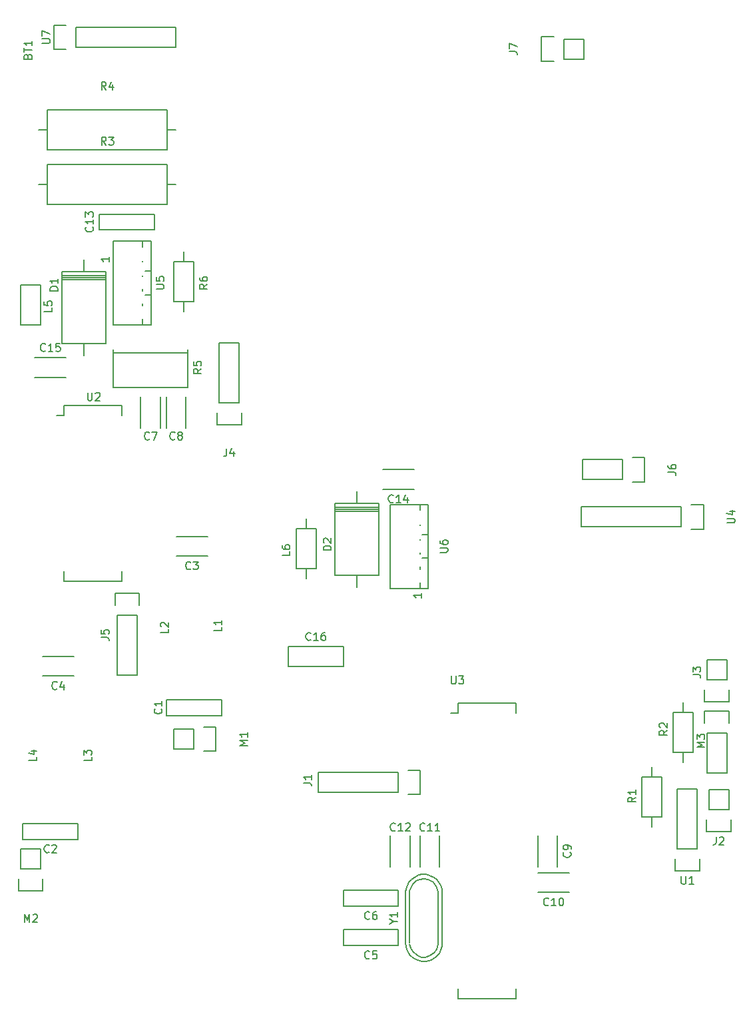
<source format=gbr>
G04 #@! TF.FileFunction,Legend,Top*
%FSLAX46Y46*%
G04 Gerber Fmt 4.6, Leading zero omitted, Abs format (unit mm)*
G04 Created by KiCad (PCBNEW 4.0.5) date 2018 March 07, Wednesday 08:04:59*
%MOMM*%
%LPD*%
G01*
G04 APERTURE LIST*
%ADD10C,0.100000*%
%ADD11C,0.150000*%
G04 APERTURE END LIST*
D10*
D11*
X51000000Y-128000000D02*
X44000000Y-128000000D01*
X44000000Y-128000000D02*
X44000000Y-126000000D01*
X44000000Y-126000000D02*
X51000000Y-126000000D01*
X51000000Y-126000000D02*
X51000000Y-128000000D01*
X32750000Y-143750000D02*
X25750000Y-143750000D01*
X25750000Y-143750000D02*
X25750000Y-141750000D01*
X25750000Y-141750000D02*
X32750000Y-141750000D01*
X32750000Y-141750000D02*
X32750000Y-143750000D01*
X49250000Y-107750000D02*
X45250000Y-107750000D01*
X49250000Y-105250000D02*
X45250000Y-105250000D01*
X32250000Y-123000000D02*
X28250000Y-123000000D01*
X32250000Y-120500000D02*
X28250000Y-120500000D01*
X73500000Y-157250000D02*
X66500000Y-157250000D01*
X66500000Y-157250000D02*
X66500000Y-155250000D01*
X66500000Y-155250000D02*
X73500000Y-155250000D01*
X73500000Y-155250000D02*
X73500000Y-157250000D01*
X73500000Y-152250000D02*
X66500000Y-152250000D01*
X66500000Y-152250000D02*
X66500000Y-150250000D01*
X66500000Y-150250000D02*
X73500000Y-150250000D01*
X73500000Y-150250000D02*
X73500000Y-152250000D01*
X43250000Y-87500000D02*
X43250000Y-91500000D01*
X40750000Y-87500000D02*
X40750000Y-91500000D01*
X44000000Y-91500000D02*
X44000000Y-87500000D01*
X46500000Y-91500000D02*
X46500000Y-87500000D01*
X93750000Y-143250000D02*
X93750000Y-147250000D01*
X91250000Y-143250000D02*
X91250000Y-147250000D01*
X95250000Y-150500000D02*
X91250000Y-150500000D01*
X95250000Y-148000000D02*
X91250000Y-148000000D01*
X76250000Y-147250000D02*
X76250000Y-143250000D01*
X78750000Y-147250000D02*
X78750000Y-143250000D01*
X75000000Y-143250000D02*
X75000000Y-147250000D01*
X72500000Y-143250000D02*
X72500000Y-147250000D01*
X42500000Y-66250000D02*
X35500000Y-66250000D01*
X35500000Y-66250000D02*
X35500000Y-64250000D01*
X35500000Y-64250000D02*
X42500000Y-64250000D01*
X42500000Y-64250000D02*
X42500000Y-66250000D01*
X75500000Y-99250000D02*
X71500000Y-99250000D01*
X75500000Y-96750000D02*
X71500000Y-96750000D01*
X27250000Y-82500000D02*
X31250000Y-82500000D01*
X27250000Y-85000000D02*
X31250000Y-85000000D01*
X59500000Y-119250000D02*
X66500000Y-119250000D01*
X66500000Y-119250000D02*
X66500000Y-121750000D01*
X66500000Y-121750000D02*
X59500000Y-121750000D01*
X59500000Y-121750000D02*
X59500000Y-119250000D01*
X33502960Y-80693220D02*
X33502960Y-82217220D01*
X33502960Y-71549220D02*
X33502960Y-70025220D01*
X36296960Y-72565220D02*
X30708960Y-72565220D01*
X36296960Y-72311220D02*
X30708960Y-72311220D01*
X36296960Y-72057220D02*
X30708960Y-72057220D01*
X30708960Y-71549220D02*
X36296960Y-71549220D01*
X36296960Y-71549220D02*
X36296960Y-80693220D01*
X36296960Y-80693220D02*
X30708960Y-80693220D01*
X30708960Y-80693220D02*
X30708960Y-71549220D01*
X68252960Y-110193220D02*
X68252960Y-111717220D01*
X68252960Y-101049220D02*
X68252960Y-99525220D01*
X71046960Y-102065220D02*
X65458960Y-102065220D01*
X71046960Y-101811220D02*
X65458960Y-101811220D01*
X71046960Y-101557220D02*
X65458960Y-101557220D01*
X65458960Y-101049220D02*
X71046960Y-101049220D01*
X71046960Y-101049220D02*
X71046960Y-110193220D01*
X71046960Y-110193220D02*
X65458960Y-110193220D01*
X65458960Y-110193220D02*
X65458960Y-101049220D01*
X74750000Y-134950000D02*
X76300000Y-134950000D01*
X76300000Y-134950000D02*
X76300000Y-138050000D01*
X76300000Y-138050000D02*
X74750000Y-138050000D01*
X73480000Y-137770000D02*
X63320000Y-137770000D01*
X63320000Y-137770000D02*
X63320000Y-135230000D01*
X63320000Y-135230000D02*
X73480000Y-135230000D01*
X73480000Y-137770000D02*
X73480000Y-135230000D01*
X112980000Y-139980000D02*
X112980000Y-137440000D01*
X112700000Y-142800000D02*
X112700000Y-141250000D01*
X112980000Y-139980000D02*
X115520000Y-139980000D01*
X115800000Y-141250000D02*
X115800000Y-142800000D01*
X115800000Y-142800000D02*
X112700000Y-142800000D01*
X115520000Y-139980000D02*
X115520000Y-137440000D01*
X115520000Y-137440000D02*
X112980000Y-137440000D01*
X112730000Y-123480000D02*
X112730000Y-120940000D01*
X112450000Y-126300000D02*
X112450000Y-124750000D01*
X112730000Y-123480000D02*
X115270000Y-123480000D01*
X115550000Y-124750000D02*
X115550000Y-126300000D01*
X115550000Y-126300000D02*
X112450000Y-126300000D01*
X115270000Y-123480000D02*
X115270000Y-120940000D01*
X115270000Y-120940000D02*
X112730000Y-120940000D01*
X53270000Y-88230000D02*
X53270000Y-80610000D01*
X50730000Y-88230000D02*
X50730000Y-80610000D01*
X50450000Y-91050000D02*
X50450000Y-89500000D01*
X53270000Y-80610000D02*
X50730000Y-80610000D01*
X50730000Y-88230000D02*
X53270000Y-88230000D01*
X53550000Y-89500000D02*
X53550000Y-91050000D01*
X53550000Y-91050000D02*
X50450000Y-91050000D01*
X37730000Y-115270000D02*
X37730000Y-122890000D01*
X40270000Y-115270000D02*
X40270000Y-122890000D01*
X40550000Y-112450000D02*
X40550000Y-114000000D01*
X37730000Y-122890000D02*
X40270000Y-122890000D01*
X40270000Y-115270000D02*
X37730000Y-115270000D01*
X37450000Y-114000000D02*
X37450000Y-112450000D01*
X37450000Y-112450000D02*
X40550000Y-112450000D01*
X101980000Y-95480000D02*
X96900000Y-95480000D01*
X96900000Y-95480000D02*
X96900000Y-98020000D01*
X96900000Y-98020000D02*
X101980000Y-98020000D01*
X104800000Y-98300000D02*
X103250000Y-98300000D01*
X101980000Y-98020000D02*
X101980000Y-95480000D01*
X103250000Y-95200000D02*
X104800000Y-95200000D01*
X104800000Y-95200000D02*
X104800000Y-98300000D01*
X94520000Y-41980000D02*
X97060000Y-41980000D01*
X91700000Y-41700000D02*
X93250000Y-41700000D01*
X94520000Y-41980000D02*
X94520000Y-44520000D01*
X93250000Y-44800000D02*
X91700000Y-44800000D01*
X91700000Y-44800000D02*
X91700000Y-41700000D01*
X94520000Y-44520000D02*
X97060000Y-44520000D01*
X97060000Y-44520000D02*
X97060000Y-41980000D01*
X28020000Y-73270000D02*
X28020000Y-78350000D01*
X28020000Y-78350000D02*
X25480000Y-78350000D01*
X25480000Y-78350000D02*
X25480000Y-73270000D01*
X25480000Y-73270000D02*
X28020000Y-73270000D01*
X63020000Y-104290000D02*
X63020000Y-109370000D01*
X63020000Y-109370000D02*
X60480000Y-109370000D01*
X60480000Y-109370000D02*
X60480000Y-104290000D01*
X60480000Y-104290000D02*
X63020000Y-104290000D01*
X61750000Y-104290000D02*
X61750000Y-103020000D01*
X61750000Y-109370000D02*
X61750000Y-110640000D01*
X47480000Y-132270000D02*
X44940000Y-132270000D01*
X50300000Y-132550000D02*
X48750000Y-132550000D01*
X47480000Y-132270000D02*
X47480000Y-129730000D01*
X48750000Y-129450000D02*
X50300000Y-129450000D01*
X50300000Y-129450000D02*
X50300000Y-132550000D01*
X47480000Y-129730000D02*
X44940000Y-129730000D01*
X44940000Y-129730000D02*
X44940000Y-132270000D01*
X25480000Y-147480000D02*
X25480000Y-144940000D01*
X25200000Y-150300000D02*
X25200000Y-148750000D01*
X25480000Y-147480000D02*
X28020000Y-147480000D01*
X28300000Y-148750000D02*
X28300000Y-150300000D01*
X28300000Y-150300000D02*
X25200000Y-150300000D01*
X28020000Y-147480000D02*
X28020000Y-144940000D01*
X28020000Y-144940000D02*
X25480000Y-144940000D01*
X112730000Y-130270000D02*
X112730000Y-135350000D01*
X112730000Y-135350000D02*
X115270000Y-135350000D01*
X115270000Y-135350000D02*
X115270000Y-130270000D01*
X115550000Y-127450000D02*
X115550000Y-129000000D01*
X115270000Y-130270000D02*
X112730000Y-130270000D01*
X112450000Y-129000000D02*
X112450000Y-127450000D01*
X112450000Y-127450000D02*
X115550000Y-127450000D01*
X107020000Y-135790000D02*
X107020000Y-140870000D01*
X107020000Y-140870000D02*
X104480000Y-140870000D01*
X104480000Y-140870000D02*
X104480000Y-135790000D01*
X104480000Y-135790000D02*
X107020000Y-135790000D01*
X105750000Y-135790000D02*
X105750000Y-134520000D01*
X105750000Y-140870000D02*
X105750000Y-142140000D01*
X108480000Y-132710000D02*
X108480000Y-127630000D01*
X108480000Y-127630000D02*
X111020000Y-127630000D01*
X111020000Y-127630000D02*
X111020000Y-132710000D01*
X111020000Y-132710000D02*
X108480000Y-132710000D01*
X109750000Y-132710000D02*
X109750000Y-133980000D01*
X109750000Y-127630000D02*
X109750000Y-126360000D01*
X28880000Y-57960000D02*
X28880000Y-63040000D01*
X28880000Y-63040000D02*
X44120000Y-63040000D01*
X44120000Y-63040000D02*
X44120000Y-60500000D01*
X44120000Y-60500000D02*
X44120000Y-57960000D01*
X44120000Y-57960000D02*
X28880000Y-57960000D01*
X45230000Y-60500000D02*
X44120000Y-60500000D01*
X27770000Y-60500000D02*
X28880000Y-60500000D01*
X28880000Y-50960000D02*
X28880000Y-56040000D01*
X28880000Y-56040000D02*
X44120000Y-56040000D01*
X44120000Y-56040000D02*
X44120000Y-53500000D01*
X44120000Y-53500000D02*
X44120000Y-50960000D01*
X44120000Y-50960000D02*
X28880000Y-50960000D01*
X45230000Y-53500000D02*
X44120000Y-53500000D01*
X27770000Y-53500000D02*
X28880000Y-53500000D01*
X46725000Y-86310000D02*
X37195000Y-86310000D01*
X37195000Y-86310000D02*
X37195000Y-81480000D01*
X37195000Y-81860000D02*
X46725000Y-81860000D01*
X46725000Y-86310000D02*
X46725000Y-81480000D01*
X47520000Y-70290000D02*
X47520000Y-75370000D01*
X47520000Y-75370000D02*
X44980000Y-75370000D01*
X44980000Y-75370000D02*
X44980000Y-70290000D01*
X44980000Y-70290000D02*
X47520000Y-70290000D01*
X46250000Y-70290000D02*
X46250000Y-69020000D01*
X46250000Y-75370000D02*
X46250000Y-76640000D01*
X111520000Y-144980000D02*
X111520000Y-137360000D01*
X108980000Y-144980000D02*
X108980000Y-137360000D01*
X108700000Y-147800000D02*
X108700000Y-146250000D01*
X111520000Y-137360000D02*
X108980000Y-137360000D01*
X108980000Y-144980000D02*
X111520000Y-144980000D01*
X111800000Y-146250000D02*
X111800000Y-147800000D01*
X111800000Y-147800000D02*
X108700000Y-147800000D01*
X31010000Y-88580000D02*
X31010000Y-89850000D01*
X38360000Y-88580000D02*
X38360000Y-89850000D01*
X38360000Y-110950000D02*
X38360000Y-109680000D01*
X31010000Y-110950000D02*
X31010000Y-109680000D01*
X31010000Y-88580000D02*
X38360000Y-88580000D01*
X31010000Y-110950000D02*
X38360000Y-110950000D01*
X31010000Y-89850000D02*
X30075000Y-89850000D01*
X81135000Y-126455000D02*
X81135000Y-127725000D01*
X88485000Y-126455000D02*
X88485000Y-127725000D01*
X88485000Y-164065000D02*
X88485000Y-162795000D01*
X81135000Y-164065000D02*
X81135000Y-162795000D01*
X81135000Y-126455000D02*
X88485000Y-126455000D01*
X81135000Y-164065000D02*
X88485000Y-164065000D01*
X81135000Y-127725000D02*
X80200000Y-127725000D01*
X109480000Y-104020000D02*
X109480000Y-101480000D01*
X96780000Y-101480000D02*
X109480000Y-101480000D01*
X96780000Y-104020000D02*
X96780000Y-101480000D01*
X109480000Y-104020000D02*
X96780000Y-104020000D01*
X109480000Y-104020000D02*
X96780000Y-104020000D01*
X96780000Y-104020000D02*
X96780000Y-101480000D01*
X96780000Y-101480000D02*
X109480000Y-101480000D01*
X112300000Y-104300000D02*
X110750000Y-104300000D01*
X109480000Y-104020000D02*
X109480000Y-101480000D01*
X110750000Y-101200000D02*
X112300000Y-101200000D01*
X112300000Y-101200000D02*
X112300000Y-104300000D01*
X40998980Y-77599940D02*
X40998980Y-78300980D01*
X40998980Y-75600960D02*
X40998980Y-75900680D01*
X40998980Y-73800100D02*
X40998980Y-74000760D01*
X40998980Y-72100840D02*
X40998980Y-72199900D01*
X40998980Y-70200920D02*
X40998980Y-70299980D01*
X40998980Y-67699020D02*
X40998980Y-68400060D01*
X41999740Y-74501140D02*
X41301240Y-74501140D01*
X41999740Y-71498860D02*
X41301240Y-71498860D01*
X37199140Y-67699020D02*
X37199140Y-78300980D01*
X40905000Y-78334000D02*
X37222000Y-78334000D01*
X37222000Y-67666000D02*
X40905000Y-67666000D01*
X42048000Y-78334000D02*
X40905000Y-78334000D01*
X40905000Y-67666000D02*
X42048000Y-67666000D01*
X42048000Y-73000000D02*
X42048000Y-67666000D01*
X42048000Y-73000000D02*
X42048000Y-78334000D01*
X76248980Y-111099940D02*
X76248980Y-111800980D01*
X76248980Y-109100960D02*
X76248980Y-109400680D01*
X76248980Y-107300100D02*
X76248980Y-107500760D01*
X76248980Y-105600840D02*
X76248980Y-105699900D01*
X76248980Y-103700920D02*
X76248980Y-103799980D01*
X76248980Y-101199020D02*
X76248980Y-101900060D01*
X77249740Y-108001140D02*
X76551240Y-108001140D01*
X77249740Y-104998860D02*
X76551240Y-104998860D01*
X72449140Y-101199020D02*
X72449140Y-111800980D01*
X76155000Y-111834000D02*
X72472000Y-111834000D01*
X72472000Y-101166000D02*
X76155000Y-101166000D01*
X77298000Y-111834000D02*
X76155000Y-111834000D01*
X76155000Y-101166000D02*
X77298000Y-101166000D01*
X77298000Y-106500000D02*
X77298000Y-101166000D01*
X77298000Y-106500000D02*
X77298000Y-111834000D01*
X32520000Y-40480000D02*
X45220000Y-40480000D01*
X45220000Y-40480000D02*
X45220000Y-43020000D01*
X45220000Y-43020000D02*
X32520000Y-43020000D01*
X29700000Y-40200000D02*
X31250000Y-40200000D01*
X32520000Y-40480000D02*
X32520000Y-43020000D01*
X31250000Y-43300000D02*
X29700000Y-43300000D01*
X29700000Y-43300000D02*
X29700000Y-40200000D01*
X75749240Y-149051000D02*
X76150560Y-148850340D01*
X76150560Y-148850340D02*
X76750000Y-148748740D01*
X76750000Y-148748740D02*
X77250380Y-148850340D01*
X77250380Y-148850340D02*
X77948880Y-149249120D01*
X77948880Y-149249120D02*
X78350200Y-149851100D01*
X78350200Y-149851100D02*
X78550860Y-150450540D01*
X78550860Y-150450540D02*
X78550860Y-157049460D01*
X78550860Y-157049460D02*
X78350200Y-157750500D01*
X78350200Y-157750500D02*
X78050480Y-158149280D01*
X78050480Y-158149280D02*
X77550100Y-158550600D01*
X77550100Y-158550600D02*
X76950660Y-158751260D01*
X76950660Y-158751260D02*
X76450280Y-158751260D01*
X76450280Y-158751260D02*
X75949900Y-158550600D01*
X75949900Y-158550600D02*
X75350460Y-158050220D01*
X75350460Y-158050220D02*
X75050740Y-157549840D01*
X75050740Y-157549840D02*
X74949140Y-157049460D01*
X74949140Y-156950400D02*
X74949140Y-150348940D01*
X74949140Y-150348940D02*
X75050740Y-149950160D01*
X75050740Y-149950160D02*
X75350460Y-149449780D01*
X75350460Y-149449780D02*
X75850840Y-148949400D01*
X74420820Y-156940240D02*
X74469080Y-157399980D01*
X74469080Y-157399980D02*
X74580840Y-157798760D01*
X74580840Y-157798760D02*
X74799280Y-158230560D01*
X74799280Y-158230560D02*
X75030420Y-158520120D01*
X75030420Y-158520120D02*
X75380940Y-158850320D01*
X75380940Y-158850320D02*
X75919420Y-159139880D01*
X75919420Y-159139880D02*
X76518860Y-159269420D01*
X76518860Y-159269420D02*
X77029400Y-159269420D01*
X77029400Y-159269420D02*
X77730440Y-159099240D01*
X77730440Y-159099240D02*
X78319720Y-158700460D01*
X78319720Y-158700460D02*
X78690560Y-158240720D01*
X78690560Y-158240720D02*
X78898840Y-157819080D01*
X78898840Y-157819080D02*
X79058860Y-157369500D01*
X79058860Y-157369500D02*
X79089340Y-156930080D01*
X78870900Y-149589480D02*
X78649920Y-149211020D01*
X78649920Y-149211020D02*
X78370520Y-148890980D01*
X78370520Y-148890980D02*
X78040320Y-148639520D01*
X78040320Y-148639520D02*
X77489140Y-148339800D01*
X77489140Y-148339800D02*
X77019240Y-148230580D01*
X77019240Y-148230580D02*
X76559500Y-148210260D01*
X76559500Y-148210260D02*
X76099760Y-148299160D01*
X76099760Y-148299160D02*
X75650180Y-148489660D01*
X75650180Y-148489660D02*
X75180280Y-148850340D01*
X75180280Y-148850340D02*
X74860240Y-149200860D01*
X74860240Y-149200860D02*
X74629100Y-149589480D01*
X74629100Y-149589480D02*
X74489400Y-150018740D01*
X74489400Y-150018740D02*
X74420820Y-150460700D01*
X79079180Y-156950400D02*
X79079180Y-150498800D01*
X79079180Y-150498800D02*
X79041080Y-150079700D01*
X79041080Y-150079700D02*
X78870900Y-149589480D01*
X74420820Y-156950400D02*
X74420820Y-150498800D01*
X43357143Y-127166666D02*
X43404762Y-127214285D01*
X43452381Y-127357142D01*
X43452381Y-127452380D01*
X43404762Y-127595238D01*
X43309524Y-127690476D01*
X43214286Y-127738095D01*
X43023810Y-127785714D01*
X42880952Y-127785714D01*
X42690476Y-127738095D01*
X42595238Y-127690476D01*
X42500000Y-127595238D01*
X42452381Y-127452380D01*
X42452381Y-127357142D01*
X42500000Y-127214285D01*
X42547619Y-127166666D01*
X43452381Y-126214285D02*
X43452381Y-126785714D01*
X43452381Y-126500000D02*
X42452381Y-126500000D01*
X42595238Y-126595238D01*
X42690476Y-126690476D01*
X42738095Y-126785714D01*
X29083334Y-145357143D02*
X29035715Y-145404762D01*
X28892858Y-145452381D01*
X28797620Y-145452381D01*
X28654762Y-145404762D01*
X28559524Y-145309524D01*
X28511905Y-145214286D01*
X28464286Y-145023810D01*
X28464286Y-144880952D01*
X28511905Y-144690476D01*
X28559524Y-144595238D01*
X28654762Y-144500000D01*
X28797620Y-144452381D01*
X28892858Y-144452381D01*
X29035715Y-144500000D01*
X29083334Y-144547619D01*
X29464286Y-144547619D02*
X29511905Y-144500000D01*
X29607143Y-144452381D01*
X29845239Y-144452381D01*
X29940477Y-144500000D01*
X29988096Y-144547619D01*
X30035715Y-144642857D01*
X30035715Y-144738095D01*
X29988096Y-144880952D01*
X29416667Y-145452381D01*
X30035715Y-145452381D01*
X47083334Y-109357143D02*
X47035715Y-109404762D01*
X46892858Y-109452381D01*
X46797620Y-109452381D01*
X46654762Y-109404762D01*
X46559524Y-109309524D01*
X46511905Y-109214286D01*
X46464286Y-109023810D01*
X46464286Y-108880952D01*
X46511905Y-108690476D01*
X46559524Y-108595238D01*
X46654762Y-108500000D01*
X46797620Y-108452381D01*
X46892858Y-108452381D01*
X47035715Y-108500000D01*
X47083334Y-108547619D01*
X47416667Y-108452381D02*
X48035715Y-108452381D01*
X47702381Y-108833333D01*
X47845239Y-108833333D01*
X47940477Y-108880952D01*
X47988096Y-108928571D01*
X48035715Y-109023810D01*
X48035715Y-109261905D01*
X47988096Y-109357143D01*
X47940477Y-109404762D01*
X47845239Y-109452381D01*
X47559524Y-109452381D01*
X47464286Y-109404762D01*
X47416667Y-109357143D01*
X30083334Y-124607143D02*
X30035715Y-124654762D01*
X29892858Y-124702381D01*
X29797620Y-124702381D01*
X29654762Y-124654762D01*
X29559524Y-124559524D01*
X29511905Y-124464286D01*
X29464286Y-124273810D01*
X29464286Y-124130952D01*
X29511905Y-123940476D01*
X29559524Y-123845238D01*
X29654762Y-123750000D01*
X29797620Y-123702381D01*
X29892858Y-123702381D01*
X30035715Y-123750000D01*
X30083334Y-123797619D01*
X30940477Y-124035714D02*
X30940477Y-124702381D01*
X30702381Y-123654762D02*
X30464286Y-124369048D01*
X31083334Y-124369048D01*
X69833334Y-158857143D02*
X69785715Y-158904762D01*
X69642858Y-158952381D01*
X69547620Y-158952381D01*
X69404762Y-158904762D01*
X69309524Y-158809524D01*
X69261905Y-158714286D01*
X69214286Y-158523810D01*
X69214286Y-158380952D01*
X69261905Y-158190476D01*
X69309524Y-158095238D01*
X69404762Y-158000000D01*
X69547620Y-157952381D01*
X69642858Y-157952381D01*
X69785715Y-158000000D01*
X69833334Y-158047619D01*
X70738096Y-157952381D02*
X70261905Y-157952381D01*
X70214286Y-158428571D01*
X70261905Y-158380952D01*
X70357143Y-158333333D01*
X70595239Y-158333333D01*
X70690477Y-158380952D01*
X70738096Y-158428571D01*
X70785715Y-158523810D01*
X70785715Y-158761905D01*
X70738096Y-158857143D01*
X70690477Y-158904762D01*
X70595239Y-158952381D01*
X70357143Y-158952381D01*
X70261905Y-158904762D01*
X70214286Y-158857143D01*
X69833334Y-153857143D02*
X69785715Y-153904762D01*
X69642858Y-153952381D01*
X69547620Y-153952381D01*
X69404762Y-153904762D01*
X69309524Y-153809524D01*
X69261905Y-153714286D01*
X69214286Y-153523810D01*
X69214286Y-153380952D01*
X69261905Y-153190476D01*
X69309524Y-153095238D01*
X69404762Y-153000000D01*
X69547620Y-152952381D01*
X69642858Y-152952381D01*
X69785715Y-153000000D01*
X69833334Y-153047619D01*
X70690477Y-152952381D02*
X70500000Y-152952381D01*
X70404762Y-153000000D01*
X70357143Y-153047619D01*
X70261905Y-153190476D01*
X70214286Y-153380952D01*
X70214286Y-153761905D01*
X70261905Y-153857143D01*
X70309524Y-153904762D01*
X70404762Y-153952381D01*
X70595239Y-153952381D01*
X70690477Y-153904762D01*
X70738096Y-153857143D01*
X70785715Y-153761905D01*
X70785715Y-153523810D01*
X70738096Y-153428571D01*
X70690477Y-153380952D01*
X70595239Y-153333333D01*
X70404762Y-153333333D01*
X70309524Y-153380952D01*
X70261905Y-153428571D01*
X70214286Y-153523810D01*
X41833334Y-92857143D02*
X41785715Y-92904762D01*
X41642858Y-92952381D01*
X41547620Y-92952381D01*
X41404762Y-92904762D01*
X41309524Y-92809524D01*
X41261905Y-92714286D01*
X41214286Y-92523810D01*
X41214286Y-92380952D01*
X41261905Y-92190476D01*
X41309524Y-92095238D01*
X41404762Y-92000000D01*
X41547620Y-91952381D01*
X41642858Y-91952381D01*
X41785715Y-92000000D01*
X41833334Y-92047619D01*
X42166667Y-91952381D02*
X42833334Y-91952381D01*
X42404762Y-92952381D01*
X45083334Y-92857143D02*
X45035715Y-92904762D01*
X44892858Y-92952381D01*
X44797620Y-92952381D01*
X44654762Y-92904762D01*
X44559524Y-92809524D01*
X44511905Y-92714286D01*
X44464286Y-92523810D01*
X44464286Y-92380952D01*
X44511905Y-92190476D01*
X44559524Y-92095238D01*
X44654762Y-92000000D01*
X44797620Y-91952381D01*
X44892858Y-91952381D01*
X45035715Y-92000000D01*
X45083334Y-92047619D01*
X45654762Y-92380952D02*
X45559524Y-92333333D01*
X45511905Y-92285714D01*
X45464286Y-92190476D01*
X45464286Y-92142857D01*
X45511905Y-92047619D01*
X45559524Y-92000000D01*
X45654762Y-91952381D01*
X45845239Y-91952381D01*
X45940477Y-92000000D01*
X45988096Y-92047619D01*
X46035715Y-92142857D01*
X46035715Y-92190476D01*
X45988096Y-92285714D01*
X45940477Y-92333333D01*
X45845239Y-92380952D01*
X45654762Y-92380952D01*
X45559524Y-92428571D01*
X45511905Y-92476190D01*
X45464286Y-92571429D01*
X45464286Y-92761905D01*
X45511905Y-92857143D01*
X45559524Y-92904762D01*
X45654762Y-92952381D01*
X45845239Y-92952381D01*
X45940477Y-92904762D01*
X45988096Y-92857143D01*
X46035715Y-92761905D01*
X46035715Y-92571429D01*
X45988096Y-92476190D01*
X45940477Y-92428571D01*
X45845239Y-92380952D01*
X95357143Y-145416666D02*
X95404762Y-145464285D01*
X95452381Y-145607142D01*
X95452381Y-145702380D01*
X95404762Y-145845238D01*
X95309524Y-145940476D01*
X95214286Y-145988095D01*
X95023810Y-146035714D01*
X94880952Y-146035714D01*
X94690476Y-145988095D01*
X94595238Y-145940476D01*
X94500000Y-145845238D01*
X94452381Y-145702380D01*
X94452381Y-145607142D01*
X94500000Y-145464285D01*
X94547619Y-145416666D01*
X95452381Y-144940476D02*
X95452381Y-144750000D01*
X95404762Y-144654761D01*
X95357143Y-144607142D01*
X95214286Y-144511904D01*
X95023810Y-144464285D01*
X94642857Y-144464285D01*
X94547619Y-144511904D01*
X94500000Y-144559523D01*
X94452381Y-144654761D01*
X94452381Y-144845238D01*
X94500000Y-144940476D01*
X94547619Y-144988095D01*
X94642857Y-145035714D01*
X94880952Y-145035714D01*
X94976190Y-144988095D01*
X95023810Y-144940476D01*
X95071429Y-144845238D01*
X95071429Y-144654761D01*
X95023810Y-144559523D01*
X94976190Y-144511904D01*
X94880952Y-144464285D01*
X92607143Y-152107143D02*
X92559524Y-152154762D01*
X92416667Y-152202381D01*
X92321429Y-152202381D01*
X92178571Y-152154762D01*
X92083333Y-152059524D01*
X92035714Y-151964286D01*
X91988095Y-151773810D01*
X91988095Y-151630952D01*
X92035714Y-151440476D01*
X92083333Y-151345238D01*
X92178571Y-151250000D01*
X92321429Y-151202381D01*
X92416667Y-151202381D01*
X92559524Y-151250000D01*
X92607143Y-151297619D01*
X93559524Y-152202381D02*
X92988095Y-152202381D01*
X93273809Y-152202381D02*
X93273809Y-151202381D01*
X93178571Y-151345238D01*
X93083333Y-151440476D01*
X92988095Y-151488095D01*
X94178571Y-151202381D02*
X94273810Y-151202381D01*
X94369048Y-151250000D01*
X94416667Y-151297619D01*
X94464286Y-151392857D01*
X94511905Y-151583333D01*
X94511905Y-151821429D01*
X94464286Y-152011905D01*
X94416667Y-152107143D01*
X94369048Y-152154762D01*
X94273810Y-152202381D01*
X94178571Y-152202381D01*
X94083333Y-152154762D01*
X94035714Y-152107143D01*
X93988095Y-152011905D01*
X93940476Y-151821429D01*
X93940476Y-151583333D01*
X93988095Y-151392857D01*
X94035714Y-151297619D01*
X94083333Y-151250000D01*
X94178571Y-151202381D01*
X76857143Y-142607143D02*
X76809524Y-142654762D01*
X76666667Y-142702381D01*
X76571429Y-142702381D01*
X76428571Y-142654762D01*
X76333333Y-142559524D01*
X76285714Y-142464286D01*
X76238095Y-142273810D01*
X76238095Y-142130952D01*
X76285714Y-141940476D01*
X76333333Y-141845238D01*
X76428571Y-141750000D01*
X76571429Y-141702381D01*
X76666667Y-141702381D01*
X76809524Y-141750000D01*
X76857143Y-141797619D01*
X77809524Y-142702381D02*
X77238095Y-142702381D01*
X77523809Y-142702381D02*
X77523809Y-141702381D01*
X77428571Y-141845238D01*
X77333333Y-141940476D01*
X77238095Y-141988095D01*
X78761905Y-142702381D02*
X78190476Y-142702381D01*
X78476190Y-142702381D02*
X78476190Y-141702381D01*
X78380952Y-141845238D01*
X78285714Y-141940476D01*
X78190476Y-141988095D01*
X73107143Y-142607143D02*
X73059524Y-142654762D01*
X72916667Y-142702381D01*
X72821429Y-142702381D01*
X72678571Y-142654762D01*
X72583333Y-142559524D01*
X72535714Y-142464286D01*
X72488095Y-142273810D01*
X72488095Y-142130952D01*
X72535714Y-141940476D01*
X72583333Y-141845238D01*
X72678571Y-141750000D01*
X72821429Y-141702381D01*
X72916667Y-141702381D01*
X73059524Y-141750000D01*
X73107143Y-141797619D01*
X74059524Y-142702381D02*
X73488095Y-142702381D01*
X73773809Y-142702381D02*
X73773809Y-141702381D01*
X73678571Y-141845238D01*
X73583333Y-141940476D01*
X73488095Y-141988095D01*
X74440476Y-141797619D02*
X74488095Y-141750000D01*
X74583333Y-141702381D01*
X74821429Y-141702381D01*
X74916667Y-141750000D01*
X74964286Y-141797619D01*
X75011905Y-141892857D01*
X75011905Y-141988095D01*
X74964286Y-142130952D01*
X74392857Y-142702381D01*
X75011905Y-142702381D01*
X34607143Y-65892857D02*
X34654762Y-65940476D01*
X34702381Y-66083333D01*
X34702381Y-66178571D01*
X34654762Y-66321429D01*
X34559524Y-66416667D01*
X34464286Y-66464286D01*
X34273810Y-66511905D01*
X34130952Y-66511905D01*
X33940476Y-66464286D01*
X33845238Y-66416667D01*
X33750000Y-66321429D01*
X33702381Y-66178571D01*
X33702381Y-66083333D01*
X33750000Y-65940476D01*
X33797619Y-65892857D01*
X34702381Y-64940476D02*
X34702381Y-65511905D01*
X34702381Y-65226191D02*
X33702381Y-65226191D01*
X33845238Y-65321429D01*
X33940476Y-65416667D01*
X33988095Y-65511905D01*
X33702381Y-64607143D02*
X33702381Y-63988095D01*
X34083333Y-64321429D01*
X34083333Y-64178571D01*
X34130952Y-64083333D01*
X34178571Y-64035714D01*
X34273810Y-63988095D01*
X34511905Y-63988095D01*
X34607143Y-64035714D01*
X34654762Y-64083333D01*
X34702381Y-64178571D01*
X34702381Y-64464286D01*
X34654762Y-64559524D01*
X34607143Y-64607143D01*
X72857143Y-100857143D02*
X72809524Y-100904762D01*
X72666667Y-100952381D01*
X72571429Y-100952381D01*
X72428571Y-100904762D01*
X72333333Y-100809524D01*
X72285714Y-100714286D01*
X72238095Y-100523810D01*
X72238095Y-100380952D01*
X72285714Y-100190476D01*
X72333333Y-100095238D01*
X72428571Y-100000000D01*
X72571429Y-99952381D01*
X72666667Y-99952381D01*
X72809524Y-100000000D01*
X72857143Y-100047619D01*
X73809524Y-100952381D02*
X73238095Y-100952381D01*
X73523809Y-100952381D02*
X73523809Y-99952381D01*
X73428571Y-100095238D01*
X73333333Y-100190476D01*
X73238095Y-100238095D01*
X74666667Y-100285714D02*
X74666667Y-100952381D01*
X74428571Y-99904762D02*
X74190476Y-100619048D01*
X74809524Y-100619048D01*
X28607143Y-81607143D02*
X28559524Y-81654762D01*
X28416667Y-81702381D01*
X28321429Y-81702381D01*
X28178571Y-81654762D01*
X28083333Y-81559524D01*
X28035714Y-81464286D01*
X27988095Y-81273810D01*
X27988095Y-81130952D01*
X28035714Y-80940476D01*
X28083333Y-80845238D01*
X28178571Y-80750000D01*
X28321429Y-80702381D01*
X28416667Y-80702381D01*
X28559524Y-80750000D01*
X28607143Y-80797619D01*
X29559524Y-81702381D02*
X28988095Y-81702381D01*
X29273809Y-81702381D02*
X29273809Y-80702381D01*
X29178571Y-80845238D01*
X29083333Y-80940476D01*
X28988095Y-80988095D01*
X30464286Y-80702381D02*
X29988095Y-80702381D01*
X29940476Y-81178571D01*
X29988095Y-81130952D01*
X30083333Y-81083333D01*
X30321429Y-81083333D01*
X30416667Y-81130952D01*
X30464286Y-81178571D01*
X30511905Y-81273810D01*
X30511905Y-81511905D01*
X30464286Y-81607143D01*
X30416667Y-81654762D01*
X30321429Y-81702381D01*
X30083333Y-81702381D01*
X29988095Y-81654762D01*
X29940476Y-81607143D01*
X62357143Y-118357143D02*
X62309524Y-118404762D01*
X62166667Y-118452381D01*
X62071429Y-118452381D01*
X61928571Y-118404762D01*
X61833333Y-118309524D01*
X61785714Y-118214286D01*
X61738095Y-118023810D01*
X61738095Y-117880952D01*
X61785714Y-117690476D01*
X61833333Y-117595238D01*
X61928571Y-117500000D01*
X62071429Y-117452381D01*
X62166667Y-117452381D01*
X62309524Y-117500000D01*
X62357143Y-117547619D01*
X63309524Y-118452381D02*
X62738095Y-118452381D01*
X63023809Y-118452381D02*
X63023809Y-117452381D01*
X62928571Y-117595238D01*
X62833333Y-117690476D01*
X62738095Y-117738095D01*
X64166667Y-117452381D02*
X63976190Y-117452381D01*
X63880952Y-117500000D01*
X63833333Y-117547619D01*
X63738095Y-117690476D01*
X63690476Y-117880952D01*
X63690476Y-118261905D01*
X63738095Y-118357143D01*
X63785714Y-118404762D01*
X63880952Y-118452381D01*
X64071429Y-118452381D01*
X64166667Y-118404762D01*
X64214286Y-118357143D01*
X64261905Y-118261905D01*
X64261905Y-118023810D01*
X64214286Y-117928571D01*
X64166667Y-117880952D01*
X64071429Y-117833333D01*
X63880952Y-117833333D01*
X63785714Y-117880952D01*
X63738095Y-117928571D01*
X63690476Y-118023810D01*
X30202381Y-73988095D02*
X29202381Y-73988095D01*
X29202381Y-73750000D01*
X29250000Y-73607142D01*
X29345238Y-73511904D01*
X29440476Y-73464285D01*
X29630952Y-73416666D01*
X29773810Y-73416666D01*
X29964286Y-73464285D01*
X30059524Y-73511904D01*
X30154762Y-73607142D01*
X30202381Y-73750000D01*
X30202381Y-73988095D01*
X30202381Y-72464285D02*
X30202381Y-73035714D01*
X30202381Y-72750000D02*
X29202381Y-72750000D01*
X29345238Y-72845238D01*
X29440476Y-72940476D01*
X29488095Y-73035714D01*
X64952381Y-106988095D02*
X63952381Y-106988095D01*
X63952381Y-106750000D01*
X64000000Y-106607142D01*
X64095238Y-106511904D01*
X64190476Y-106464285D01*
X64380952Y-106416666D01*
X64523810Y-106416666D01*
X64714286Y-106464285D01*
X64809524Y-106511904D01*
X64904762Y-106607142D01*
X64952381Y-106750000D01*
X64952381Y-106988095D01*
X64047619Y-106035714D02*
X64000000Y-105988095D01*
X63952381Y-105892857D01*
X63952381Y-105654761D01*
X64000000Y-105559523D01*
X64047619Y-105511904D01*
X64142857Y-105464285D01*
X64238095Y-105464285D01*
X64380952Y-105511904D01*
X64952381Y-106083333D01*
X64952381Y-105464285D01*
X61452381Y-136583333D02*
X62166667Y-136583333D01*
X62309524Y-136630953D01*
X62404762Y-136726191D01*
X62452381Y-136869048D01*
X62452381Y-136964286D01*
X62452381Y-135583333D02*
X62452381Y-136154762D01*
X62452381Y-135869048D02*
X61452381Y-135869048D01*
X61595238Y-135964286D01*
X61690476Y-136059524D01*
X61738095Y-136154762D01*
X113916667Y-143452381D02*
X113916667Y-144166667D01*
X113869047Y-144309524D01*
X113773809Y-144404762D01*
X113630952Y-144452381D01*
X113535714Y-144452381D01*
X114345238Y-143547619D02*
X114392857Y-143500000D01*
X114488095Y-143452381D01*
X114726191Y-143452381D01*
X114821429Y-143500000D01*
X114869048Y-143547619D01*
X114916667Y-143642857D01*
X114916667Y-143738095D01*
X114869048Y-143880952D01*
X114297619Y-144452381D01*
X114916667Y-144452381D01*
X110952381Y-122833333D02*
X111666667Y-122833333D01*
X111809524Y-122880953D01*
X111904762Y-122976191D01*
X111952381Y-123119048D01*
X111952381Y-123214286D01*
X110952381Y-122452381D02*
X110952381Y-121833333D01*
X111333333Y-122166667D01*
X111333333Y-122023809D01*
X111380952Y-121928571D01*
X111428571Y-121880952D01*
X111523810Y-121833333D01*
X111761905Y-121833333D01*
X111857143Y-121880952D01*
X111904762Y-121928571D01*
X111952381Y-122023809D01*
X111952381Y-122309524D01*
X111904762Y-122404762D01*
X111857143Y-122452381D01*
X51666667Y-94052381D02*
X51666667Y-94766667D01*
X51619047Y-94909524D01*
X51523809Y-95004762D01*
X51380952Y-95052381D01*
X51285714Y-95052381D01*
X52571429Y-94385714D02*
X52571429Y-95052381D01*
X52333333Y-94004762D02*
X52095238Y-94719048D01*
X52714286Y-94719048D01*
X35702381Y-118083333D02*
X36416667Y-118083333D01*
X36559524Y-118130953D01*
X36654762Y-118226191D01*
X36702381Y-118369048D01*
X36702381Y-118464286D01*
X35702381Y-117130952D02*
X35702381Y-117607143D01*
X36178571Y-117654762D01*
X36130952Y-117607143D01*
X36083333Y-117511905D01*
X36083333Y-117273809D01*
X36130952Y-117178571D01*
X36178571Y-117130952D01*
X36273810Y-117083333D01*
X36511905Y-117083333D01*
X36607143Y-117130952D01*
X36654762Y-117178571D01*
X36702381Y-117273809D01*
X36702381Y-117511905D01*
X36654762Y-117607143D01*
X36607143Y-117654762D01*
X107802381Y-97083333D02*
X108516667Y-97083333D01*
X108659524Y-97130953D01*
X108754762Y-97226191D01*
X108802381Y-97369048D01*
X108802381Y-97464286D01*
X107802381Y-96178571D02*
X107802381Y-96369048D01*
X107850000Y-96464286D01*
X107897619Y-96511905D01*
X108040476Y-96607143D01*
X108230952Y-96654762D01*
X108611905Y-96654762D01*
X108707143Y-96607143D01*
X108754762Y-96559524D01*
X108802381Y-96464286D01*
X108802381Y-96273809D01*
X108754762Y-96178571D01*
X108707143Y-96130952D01*
X108611905Y-96083333D01*
X108373810Y-96083333D01*
X108278571Y-96130952D01*
X108230952Y-96178571D01*
X108183333Y-96273809D01*
X108183333Y-96464286D01*
X108230952Y-96559524D01*
X108278571Y-96607143D01*
X108373810Y-96654762D01*
X87602381Y-43583333D02*
X88316667Y-43583333D01*
X88459524Y-43630953D01*
X88554762Y-43726191D01*
X88602381Y-43869048D01*
X88602381Y-43964286D01*
X87602381Y-43202381D02*
X87602381Y-42535714D01*
X88602381Y-42964286D01*
X50999181Y-116768066D02*
X50999181Y-117244257D01*
X49999181Y-117244257D01*
X50999181Y-115910923D02*
X50999181Y-116482352D01*
X50999181Y-116196638D02*
X49999181Y-116196638D01*
X50142038Y-116291876D01*
X50237276Y-116387114D01*
X50284895Y-116482352D01*
X44249181Y-117018066D02*
X44249181Y-117494257D01*
X43249181Y-117494257D01*
X43344419Y-116732352D02*
X43296800Y-116684733D01*
X43249181Y-116589495D01*
X43249181Y-116351399D01*
X43296800Y-116256161D01*
X43344419Y-116208542D01*
X43439657Y-116160923D01*
X43534895Y-116160923D01*
X43677752Y-116208542D01*
X44249181Y-116779971D01*
X44249181Y-116160923D01*
X34499181Y-133268066D02*
X34499181Y-133744257D01*
X33499181Y-133744257D01*
X33499181Y-133029971D02*
X33499181Y-132410923D01*
X33880133Y-132744257D01*
X33880133Y-132601399D01*
X33927752Y-132506161D01*
X33975371Y-132458542D01*
X34070610Y-132410923D01*
X34308705Y-132410923D01*
X34403943Y-132458542D01*
X34451562Y-132506161D01*
X34499181Y-132601399D01*
X34499181Y-132887114D01*
X34451562Y-132982352D01*
X34403943Y-133029971D01*
X27499181Y-133268066D02*
X27499181Y-133744257D01*
X26499181Y-133744257D01*
X26832514Y-132506161D02*
X27499181Y-132506161D01*
X26451562Y-132744257D02*
X27165848Y-132982352D01*
X27165848Y-132363304D01*
X29452381Y-76166666D02*
X29452381Y-76642857D01*
X28452381Y-76642857D01*
X28452381Y-75357142D02*
X28452381Y-75833333D01*
X28928571Y-75880952D01*
X28880952Y-75833333D01*
X28833333Y-75738095D01*
X28833333Y-75499999D01*
X28880952Y-75404761D01*
X28928571Y-75357142D01*
X29023810Y-75309523D01*
X29261905Y-75309523D01*
X29357143Y-75357142D01*
X29404762Y-75404761D01*
X29452381Y-75499999D01*
X29452381Y-75738095D01*
X29404762Y-75833333D01*
X29357143Y-75880952D01*
X59702381Y-107166666D02*
X59702381Y-107642857D01*
X58702381Y-107642857D01*
X58702381Y-106404761D02*
X58702381Y-106595238D01*
X58750000Y-106690476D01*
X58797619Y-106738095D01*
X58940476Y-106833333D01*
X59130952Y-106880952D01*
X59511905Y-106880952D01*
X59607143Y-106833333D01*
X59654762Y-106785714D01*
X59702381Y-106690476D01*
X59702381Y-106499999D01*
X59654762Y-106404761D01*
X59607143Y-106357142D01*
X59511905Y-106309523D01*
X59273810Y-106309523D01*
X59178571Y-106357142D01*
X59130952Y-106404761D01*
X59083333Y-106499999D01*
X59083333Y-106690476D01*
X59130952Y-106785714D01*
X59178571Y-106833333D01*
X59273810Y-106880952D01*
X54302381Y-131809524D02*
X53302381Y-131809524D01*
X54016667Y-131476190D01*
X53302381Y-131142857D01*
X54302381Y-131142857D01*
X54302381Y-130142857D02*
X54302381Y-130714286D01*
X54302381Y-130428572D02*
X53302381Y-130428572D01*
X53445238Y-130523810D01*
X53540476Y-130619048D01*
X53588095Y-130714286D01*
X25940476Y-154302381D02*
X25940476Y-153302381D01*
X26273810Y-154016667D01*
X26607143Y-153302381D01*
X26607143Y-154302381D01*
X27035714Y-153397619D02*
X27083333Y-153350000D01*
X27178571Y-153302381D01*
X27416667Y-153302381D01*
X27511905Y-153350000D01*
X27559524Y-153397619D01*
X27607143Y-153492857D01*
X27607143Y-153588095D01*
X27559524Y-153730952D01*
X26988095Y-154302381D01*
X27607143Y-154302381D01*
X112452381Y-132059524D02*
X111452381Y-132059524D01*
X112166667Y-131726190D01*
X111452381Y-131392857D01*
X112452381Y-131392857D01*
X111452381Y-131011905D02*
X111452381Y-130392857D01*
X111833333Y-130726191D01*
X111833333Y-130583333D01*
X111880952Y-130488095D01*
X111928571Y-130440476D01*
X112023810Y-130392857D01*
X112261905Y-130392857D01*
X112357143Y-130440476D01*
X112404762Y-130488095D01*
X112452381Y-130583333D01*
X112452381Y-130869048D01*
X112404762Y-130964286D01*
X112357143Y-131011905D01*
X103702381Y-138416666D02*
X103226190Y-138750000D01*
X103702381Y-138988095D02*
X102702381Y-138988095D01*
X102702381Y-138607142D01*
X102750000Y-138511904D01*
X102797619Y-138464285D01*
X102892857Y-138416666D01*
X103035714Y-138416666D01*
X103130952Y-138464285D01*
X103178571Y-138511904D01*
X103226190Y-138607142D01*
X103226190Y-138988095D01*
X103702381Y-137464285D02*
X103702381Y-138035714D01*
X103702381Y-137750000D02*
X102702381Y-137750000D01*
X102845238Y-137845238D01*
X102940476Y-137940476D01*
X102988095Y-138035714D01*
X107702381Y-129916666D02*
X107226190Y-130250000D01*
X107702381Y-130488095D02*
X106702381Y-130488095D01*
X106702381Y-130107142D01*
X106750000Y-130011904D01*
X106797619Y-129964285D01*
X106892857Y-129916666D01*
X107035714Y-129916666D01*
X107130952Y-129964285D01*
X107178571Y-130011904D01*
X107226190Y-130107142D01*
X107226190Y-130488095D01*
X106797619Y-129535714D02*
X106750000Y-129488095D01*
X106702381Y-129392857D01*
X106702381Y-129154761D01*
X106750000Y-129059523D01*
X106797619Y-129011904D01*
X106892857Y-128964285D01*
X106988095Y-128964285D01*
X107130952Y-129011904D01*
X107702381Y-129583333D01*
X107702381Y-128964285D01*
X36333334Y-55453281D02*
X36000000Y-54977090D01*
X35761905Y-55453281D02*
X35761905Y-54453281D01*
X36142858Y-54453281D01*
X36238096Y-54500900D01*
X36285715Y-54548519D01*
X36333334Y-54643757D01*
X36333334Y-54786614D01*
X36285715Y-54881852D01*
X36238096Y-54929471D01*
X36142858Y-54977090D01*
X35761905Y-54977090D01*
X36666667Y-54453281D02*
X37285715Y-54453281D01*
X36952381Y-54834233D01*
X37095239Y-54834233D01*
X37190477Y-54881852D01*
X37238096Y-54929471D01*
X37285715Y-55024710D01*
X37285715Y-55262805D01*
X37238096Y-55358043D01*
X37190477Y-55405662D01*
X37095239Y-55453281D01*
X36809524Y-55453281D01*
X36714286Y-55405662D01*
X36666667Y-55358043D01*
X36333334Y-48453281D02*
X36000000Y-47977090D01*
X35761905Y-48453281D02*
X35761905Y-47453281D01*
X36142858Y-47453281D01*
X36238096Y-47500900D01*
X36285715Y-47548519D01*
X36333334Y-47643757D01*
X36333334Y-47786614D01*
X36285715Y-47881852D01*
X36238096Y-47929471D01*
X36142858Y-47977090D01*
X35761905Y-47977090D01*
X37190477Y-47786614D02*
X37190477Y-48453281D01*
X36952381Y-47405662D02*
X36714286Y-48119948D01*
X37333334Y-48119948D01*
X48452381Y-83916666D02*
X47976190Y-84250000D01*
X48452381Y-84488095D02*
X47452381Y-84488095D01*
X47452381Y-84107142D01*
X47500000Y-84011904D01*
X47547619Y-83964285D01*
X47642857Y-83916666D01*
X47785714Y-83916666D01*
X47880952Y-83964285D01*
X47928571Y-84011904D01*
X47976190Y-84107142D01*
X47976190Y-84488095D01*
X47452381Y-83011904D02*
X47452381Y-83488095D01*
X47928571Y-83535714D01*
X47880952Y-83488095D01*
X47833333Y-83392857D01*
X47833333Y-83154761D01*
X47880952Y-83059523D01*
X47928571Y-83011904D01*
X48023810Y-82964285D01*
X48261905Y-82964285D01*
X48357143Y-83011904D01*
X48404762Y-83059523D01*
X48452381Y-83154761D01*
X48452381Y-83392857D01*
X48404762Y-83488095D01*
X48357143Y-83535714D01*
X49202381Y-73166666D02*
X48726190Y-73500000D01*
X49202381Y-73738095D02*
X48202381Y-73738095D01*
X48202381Y-73357142D01*
X48250000Y-73261904D01*
X48297619Y-73214285D01*
X48392857Y-73166666D01*
X48535714Y-73166666D01*
X48630952Y-73214285D01*
X48678571Y-73261904D01*
X48726190Y-73357142D01*
X48726190Y-73738095D01*
X48202381Y-72309523D02*
X48202381Y-72500000D01*
X48250000Y-72595238D01*
X48297619Y-72642857D01*
X48440476Y-72738095D01*
X48630952Y-72785714D01*
X49011905Y-72785714D01*
X49107143Y-72738095D01*
X49154762Y-72690476D01*
X49202381Y-72595238D01*
X49202381Y-72404761D01*
X49154762Y-72309523D01*
X49107143Y-72261904D01*
X49011905Y-72214285D01*
X48773810Y-72214285D01*
X48678571Y-72261904D01*
X48630952Y-72309523D01*
X48583333Y-72404761D01*
X48583333Y-72595238D01*
X48630952Y-72690476D01*
X48678571Y-72738095D01*
X48773810Y-72785714D01*
X109488095Y-148452381D02*
X109488095Y-149261905D01*
X109535714Y-149357143D01*
X109583333Y-149404762D01*
X109678571Y-149452381D01*
X109869048Y-149452381D01*
X109964286Y-149404762D01*
X110011905Y-149357143D01*
X110059524Y-149261905D01*
X110059524Y-148452381D01*
X111059524Y-149452381D02*
X110488095Y-149452381D01*
X110773809Y-149452381D02*
X110773809Y-148452381D01*
X110678571Y-148595238D01*
X110583333Y-148690476D01*
X110488095Y-148738095D01*
X33988095Y-86952381D02*
X33988095Y-87761905D01*
X34035714Y-87857143D01*
X34083333Y-87904762D01*
X34178571Y-87952381D01*
X34369048Y-87952381D01*
X34464286Y-87904762D01*
X34511905Y-87857143D01*
X34559524Y-87761905D01*
X34559524Y-86952381D01*
X34988095Y-87047619D02*
X35035714Y-87000000D01*
X35130952Y-86952381D01*
X35369048Y-86952381D01*
X35464286Y-87000000D01*
X35511905Y-87047619D01*
X35559524Y-87142857D01*
X35559524Y-87238095D01*
X35511905Y-87380952D01*
X34940476Y-87952381D01*
X35559524Y-87952381D01*
X80238095Y-122982381D02*
X80238095Y-123791905D01*
X80285714Y-123887143D01*
X80333333Y-123934762D01*
X80428571Y-123982381D01*
X80619048Y-123982381D01*
X80714286Y-123934762D01*
X80761905Y-123887143D01*
X80809524Y-123791905D01*
X80809524Y-122982381D01*
X81190476Y-122982381D02*
X81809524Y-122982381D01*
X81476190Y-123363333D01*
X81619048Y-123363333D01*
X81714286Y-123410952D01*
X81761905Y-123458571D01*
X81809524Y-123553810D01*
X81809524Y-123791905D01*
X81761905Y-123887143D01*
X81714286Y-123934762D01*
X81619048Y-123982381D01*
X81333333Y-123982381D01*
X81238095Y-123934762D01*
X81190476Y-123887143D01*
X115302381Y-103511905D02*
X116111905Y-103511905D01*
X116207143Y-103464286D01*
X116254762Y-103416667D01*
X116302381Y-103321429D01*
X116302381Y-103130952D01*
X116254762Y-103035714D01*
X116207143Y-102988095D01*
X116111905Y-102940476D01*
X115302381Y-102940476D01*
X115635714Y-102035714D02*
X116302381Y-102035714D01*
X115254762Y-102273810D02*
X115969048Y-102511905D01*
X115969048Y-101892857D01*
X42702381Y-73761905D02*
X43511905Y-73761905D01*
X43607143Y-73714286D01*
X43654762Y-73666667D01*
X43702381Y-73571429D01*
X43702381Y-73380952D01*
X43654762Y-73285714D01*
X43607143Y-73238095D01*
X43511905Y-73190476D01*
X42702381Y-73190476D01*
X42702381Y-72238095D02*
X42702381Y-72714286D01*
X43178571Y-72761905D01*
X43130952Y-72714286D01*
X43083333Y-72619048D01*
X43083333Y-72380952D01*
X43130952Y-72285714D01*
X43178571Y-72238095D01*
X43273810Y-72190476D01*
X43511905Y-72190476D01*
X43607143Y-72238095D01*
X43654762Y-72285714D01*
X43702381Y-72380952D01*
X43702381Y-72619048D01*
X43654762Y-72714286D01*
X43607143Y-72761905D01*
X36702381Y-69714285D02*
X36702381Y-70285714D01*
X36702381Y-70000000D02*
X35702381Y-70000000D01*
X35845238Y-70095238D01*
X35940476Y-70190476D01*
X35988095Y-70285714D01*
X78782381Y-107261905D02*
X79591905Y-107261905D01*
X79687143Y-107214286D01*
X79734762Y-107166667D01*
X79782381Y-107071429D01*
X79782381Y-106880952D01*
X79734762Y-106785714D01*
X79687143Y-106738095D01*
X79591905Y-106690476D01*
X78782381Y-106690476D01*
X78782381Y-105785714D02*
X78782381Y-105976191D01*
X78830000Y-106071429D01*
X78877619Y-106119048D01*
X79020476Y-106214286D01*
X79210952Y-106261905D01*
X79591905Y-106261905D01*
X79687143Y-106214286D01*
X79734762Y-106166667D01*
X79782381Y-106071429D01*
X79782381Y-105880952D01*
X79734762Y-105785714D01*
X79687143Y-105738095D01*
X79591905Y-105690476D01*
X79353810Y-105690476D01*
X79258571Y-105738095D01*
X79210952Y-105785714D01*
X79163333Y-105880952D01*
X79163333Y-106071429D01*
X79210952Y-106166667D01*
X79258571Y-106214286D01*
X79353810Y-106261905D01*
X76452381Y-112464285D02*
X76452381Y-113035714D01*
X76452381Y-112750000D02*
X75452381Y-112750000D01*
X75595238Y-112845238D01*
X75690476Y-112940476D01*
X75738095Y-113035714D01*
X28202381Y-42511905D02*
X29011905Y-42511905D01*
X29107143Y-42464286D01*
X29154762Y-42416667D01*
X29202381Y-42321429D01*
X29202381Y-42130952D01*
X29154762Y-42035714D01*
X29107143Y-41988095D01*
X29011905Y-41940476D01*
X28202381Y-41940476D01*
X28202381Y-41559524D02*
X28202381Y-40892857D01*
X29202381Y-41321429D01*
X72916190Y-154226191D02*
X73392381Y-154226191D01*
X72392381Y-154559524D02*
X72916190Y-154226191D01*
X72392381Y-153892857D01*
X73392381Y-153035714D02*
X73392381Y-153607143D01*
X73392381Y-153321429D02*
X72392381Y-153321429D01*
X72535238Y-153416667D01*
X72630476Y-153511905D01*
X72678095Y-153607143D01*
X26381771Y-44184314D02*
X26429390Y-44041457D01*
X26477010Y-43993838D01*
X26572248Y-43946219D01*
X26715105Y-43946219D01*
X26810343Y-43993838D01*
X26857962Y-44041457D01*
X26905581Y-44136695D01*
X26905581Y-44517648D01*
X25905581Y-44517648D01*
X25905581Y-44184314D01*
X25953200Y-44089076D01*
X26000819Y-44041457D01*
X26096057Y-43993838D01*
X26191295Y-43993838D01*
X26286533Y-44041457D01*
X26334152Y-44089076D01*
X26381771Y-44184314D01*
X26381771Y-44517648D01*
X25905581Y-43660505D02*
X25905581Y-43089076D01*
X26905581Y-43374791D02*
X25905581Y-43374791D01*
X26905581Y-42231933D02*
X26905581Y-42803362D01*
X26905581Y-42517648D02*
X25905581Y-42517648D01*
X26048438Y-42612886D01*
X26143676Y-42708124D01*
X26191295Y-42803362D01*
M02*

</source>
